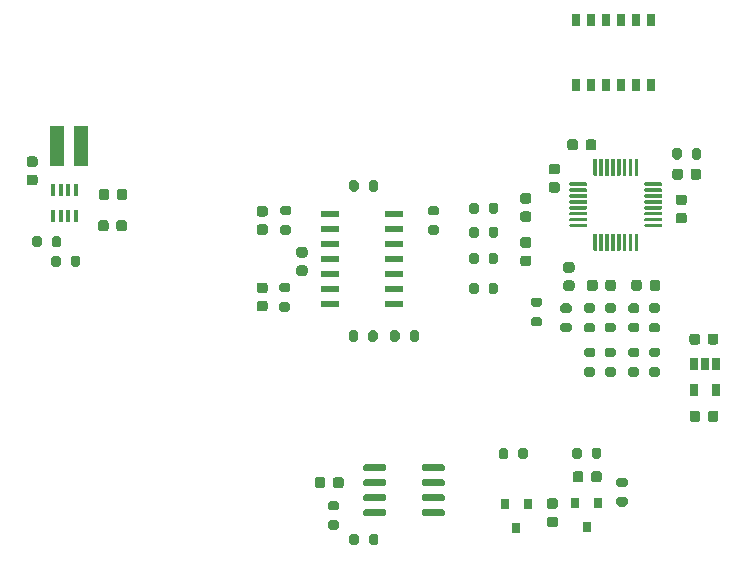
<source format=gbr>
G04 #@! TF.GenerationSoftware,KiCad,Pcbnew,(5.1.9-0-10_14)*
G04 #@! TF.CreationDate,2021-05-06T17:38:12-07:00*
G04 #@! TF.ProjectId,Luminometer_ADC,4c756d69-6e6f-46d6-9574-65725f414443,rev?*
G04 #@! TF.SameCoordinates,Original*
G04 #@! TF.FileFunction,Paste,Top*
G04 #@! TF.FilePolarity,Positive*
%FSLAX46Y46*%
G04 Gerber Fmt 4.6, Leading zero omitted, Abs format (unit mm)*
G04 Created by KiCad (PCBNEW (5.1.9-0-10_14)) date 2021-05-06 17:38:12*
%MOMM*%
%LPD*%
G01*
G04 APERTURE LIST*
%ADD10R,0.800000X1.100000*%
%ADD11R,1.500000X0.550000*%
%ADD12R,0.800000X0.900000*%
%ADD13R,1.300000X3.400000*%
%ADD14R,0.400000X1.060000*%
%ADD15R,0.650000X1.060000*%
G04 APERTURE END LIST*
D10*
X164825000Y-88750000D03*
X166095000Y-88750000D03*
X167365000Y-88750000D03*
X171175000Y-83250000D03*
X169905000Y-83250000D03*
X164825000Y-83250000D03*
X168635000Y-88750000D03*
X169905000Y-88750000D03*
X171175000Y-88750000D03*
X166095000Y-83250000D03*
X167365000Y-83250000D03*
X168635000Y-83250000D03*
D11*
X149416000Y-99736000D03*
X149416000Y-101006000D03*
X149416000Y-102276000D03*
X149416000Y-103546000D03*
X149416000Y-104816000D03*
X149416000Y-106086000D03*
X149416000Y-107356000D03*
X144016000Y-107356000D03*
X144016000Y-106086000D03*
X144016000Y-104816000D03*
X144016000Y-103546000D03*
X144016000Y-102276000D03*
X144016000Y-101006000D03*
X144016000Y-99736000D03*
G36*
G01*
X169475000Y-108925000D02*
X170025000Y-108925000D01*
G75*
G02*
X170225000Y-109125000I0J-200000D01*
G01*
X170225000Y-109525000D01*
G75*
G02*
X170025000Y-109725000I-200000J0D01*
G01*
X169475000Y-109725000D01*
G75*
G02*
X169275000Y-109525000I0J200000D01*
G01*
X169275000Y-109125000D01*
G75*
G02*
X169475000Y-108925000I200000J0D01*
G01*
G37*
G36*
G01*
X169475000Y-107275000D02*
X170025000Y-107275000D01*
G75*
G02*
X170225000Y-107475000I0J-200000D01*
G01*
X170225000Y-107875000D01*
G75*
G02*
X170025000Y-108075000I-200000J0D01*
G01*
X169475000Y-108075000D01*
G75*
G02*
X169275000Y-107875000I0J200000D01*
G01*
X169275000Y-107475000D01*
G75*
G02*
X169475000Y-107275000I200000J0D01*
G01*
G37*
G36*
G01*
X171225000Y-108925000D02*
X171775000Y-108925000D01*
G75*
G02*
X171975000Y-109125000I0J-200000D01*
G01*
X171975000Y-109525000D01*
G75*
G02*
X171775000Y-109725000I-200000J0D01*
G01*
X171225000Y-109725000D01*
G75*
G02*
X171025000Y-109525000I0J200000D01*
G01*
X171025000Y-109125000D01*
G75*
G02*
X171225000Y-108925000I200000J0D01*
G01*
G37*
G36*
G01*
X171225000Y-107275000D02*
X171775000Y-107275000D01*
G75*
G02*
X171975000Y-107475000I0J-200000D01*
G01*
X171975000Y-107875000D01*
G75*
G02*
X171775000Y-108075000I-200000J0D01*
G01*
X171225000Y-108075000D01*
G75*
G02*
X171025000Y-107875000I0J200000D01*
G01*
X171025000Y-107475000D01*
G75*
G02*
X171225000Y-107275000I200000J0D01*
G01*
G37*
G36*
G01*
X167475000Y-108925000D02*
X168025000Y-108925000D01*
G75*
G02*
X168225000Y-109125000I0J-200000D01*
G01*
X168225000Y-109525000D01*
G75*
G02*
X168025000Y-109725000I-200000J0D01*
G01*
X167475000Y-109725000D01*
G75*
G02*
X167275000Y-109525000I0J200000D01*
G01*
X167275000Y-109125000D01*
G75*
G02*
X167475000Y-108925000I200000J0D01*
G01*
G37*
G36*
G01*
X167475000Y-107275000D02*
X168025000Y-107275000D01*
G75*
G02*
X168225000Y-107475000I0J-200000D01*
G01*
X168225000Y-107875000D01*
G75*
G02*
X168025000Y-108075000I-200000J0D01*
G01*
X167475000Y-108075000D01*
G75*
G02*
X167275000Y-107875000I0J200000D01*
G01*
X167275000Y-107475000D01*
G75*
G02*
X167475000Y-107275000I200000J0D01*
G01*
G37*
G36*
G01*
X165725000Y-108925000D02*
X166275000Y-108925000D01*
G75*
G02*
X166475000Y-109125000I0J-200000D01*
G01*
X166475000Y-109525000D01*
G75*
G02*
X166275000Y-109725000I-200000J0D01*
G01*
X165725000Y-109725000D01*
G75*
G02*
X165525000Y-109525000I0J200000D01*
G01*
X165525000Y-109125000D01*
G75*
G02*
X165725000Y-108925000I200000J0D01*
G01*
G37*
G36*
G01*
X165725000Y-107275000D02*
X166275000Y-107275000D01*
G75*
G02*
X166475000Y-107475000I0J-200000D01*
G01*
X166475000Y-107875000D01*
G75*
G02*
X166275000Y-108075000I-200000J0D01*
G01*
X165725000Y-108075000D01*
G75*
G02*
X165525000Y-107875000I0J200000D01*
G01*
X165525000Y-107475000D01*
G75*
G02*
X165725000Y-107275000I200000J0D01*
G01*
G37*
G36*
G01*
X161225000Y-108425000D02*
X161775000Y-108425000D01*
G75*
G02*
X161975000Y-108625000I0J-200000D01*
G01*
X161975000Y-109025000D01*
G75*
G02*
X161775000Y-109225000I-200000J0D01*
G01*
X161225000Y-109225000D01*
G75*
G02*
X161025000Y-109025000I0J200000D01*
G01*
X161025000Y-108625000D01*
G75*
G02*
X161225000Y-108425000I200000J0D01*
G01*
G37*
G36*
G01*
X161225000Y-106775000D02*
X161775000Y-106775000D01*
G75*
G02*
X161975000Y-106975000I0J-200000D01*
G01*
X161975000Y-107375000D01*
G75*
G02*
X161775000Y-107575000I-200000J0D01*
G01*
X161225000Y-107575000D01*
G75*
G02*
X161025000Y-107375000I0J200000D01*
G01*
X161025000Y-106975000D01*
G75*
G02*
X161225000Y-106775000I200000J0D01*
G01*
G37*
G36*
G01*
X163725000Y-108925000D02*
X164275000Y-108925000D01*
G75*
G02*
X164475000Y-109125000I0J-200000D01*
G01*
X164475000Y-109525000D01*
G75*
G02*
X164275000Y-109725000I-200000J0D01*
G01*
X163725000Y-109725000D01*
G75*
G02*
X163525000Y-109525000I0J200000D01*
G01*
X163525000Y-109125000D01*
G75*
G02*
X163725000Y-108925000I200000J0D01*
G01*
G37*
G36*
G01*
X163725000Y-107275000D02*
X164275000Y-107275000D01*
G75*
G02*
X164475000Y-107475000I0J-200000D01*
G01*
X164475000Y-107875000D01*
G75*
G02*
X164275000Y-108075000I-200000J0D01*
G01*
X163725000Y-108075000D01*
G75*
G02*
X163525000Y-107875000I0J200000D01*
G01*
X163525000Y-107475000D01*
G75*
G02*
X163725000Y-107275000I200000J0D01*
G01*
G37*
G36*
G01*
X169475000Y-112675000D02*
X170025000Y-112675000D01*
G75*
G02*
X170225000Y-112875000I0J-200000D01*
G01*
X170225000Y-113275000D01*
G75*
G02*
X170025000Y-113475000I-200000J0D01*
G01*
X169475000Y-113475000D01*
G75*
G02*
X169275000Y-113275000I0J200000D01*
G01*
X169275000Y-112875000D01*
G75*
G02*
X169475000Y-112675000I200000J0D01*
G01*
G37*
G36*
G01*
X169475000Y-111025000D02*
X170025000Y-111025000D01*
G75*
G02*
X170225000Y-111225000I0J-200000D01*
G01*
X170225000Y-111625000D01*
G75*
G02*
X170025000Y-111825000I-200000J0D01*
G01*
X169475000Y-111825000D01*
G75*
G02*
X169275000Y-111625000I0J200000D01*
G01*
X169275000Y-111225000D01*
G75*
G02*
X169475000Y-111025000I200000J0D01*
G01*
G37*
G36*
G01*
X171775000Y-111825000D02*
X171225000Y-111825000D01*
G75*
G02*
X171025000Y-111625000I0J200000D01*
G01*
X171025000Y-111225000D01*
G75*
G02*
X171225000Y-111025000I200000J0D01*
G01*
X171775000Y-111025000D01*
G75*
G02*
X171975000Y-111225000I0J-200000D01*
G01*
X171975000Y-111625000D01*
G75*
G02*
X171775000Y-111825000I-200000J0D01*
G01*
G37*
G36*
G01*
X171775000Y-113475000D02*
X171225000Y-113475000D01*
G75*
G02*
X171025000Y-113275000I0J200000D01*
G01*
X171025000Y-112875000D01*
G75*
G02*
X171225000Y-112675000I200000J0D01*
G01*
X171775000Y-112675000D01*
G75*
G02*
X171975000Y-112875000I0J-200000D01*
G01*
X171975000Y-113275000D01*
G75*
G02*
X171775000Y-113475000I-200000J0D01*
G01*
G37*
G36*
G01*
X165725000Y-112675000D02*
X166275000Y-112675000D01*
G75*
G02*
X166475000Y-112875000I0J-200000D01*
G01*
X166475000Y-113275000D01*
G75*
G02*
X166275000Y-113475000I-200000J0D01*
G01*
X165725000Y-113475000D01*
G75*
G02*
X165525000Y-113275000I0J200000D01*
G01*
X165525000Y-112875000D01*
G75*
G02*
X165725000Y-112675000I200000J0D01*
G01*
G37*
G36*
G01*
X165725000Y-111025000D02*
X166275000Y-111025000D01*
G75*
G02*
X166475000Y-111225000I0J-200000D01*
G01*
X166475000Y-111625000D01*
G75*
G02*
X166275000Y-111825000I-200000J0D01*
G01*
X165725000Y-111825000D01*
G75*
G02*
X165525000Y-111625000I0J200000D01*
G01*
X165525000Y-111225000D01*
G75*
G02*
X165725000Y-111025000I200000J0D01*
G01*
G37*
G36*
G01*
X168025000Y-111825000D02*
X167475000Y-111825000D01*
G75*
G02*
X167275000Y-111625000I0J200000D01*
G01*
X167275000Y-111225000D01*
G75*
G02*
X167475000Y-111025000I200000J0D01*
G01*
X168025000Y-111025000D01*
G75*
G02*
X168225000Y-111225000I0J-200000D01*
G01*
X168225000Y-111625000D01*
G75*
G02*
X168025000Y-111825000I-200000J0D01*
G01*
G37*
G36*
G01*
X168025000Y-113475000D02*
X167475000Y-113475000D01*
G75*
G02*
X167275000Y-113275000I0J200000D01*
G01*
X167275000Y-112875000D01*
G75*
G02*
X167475000Y-112675000I200000J0D01*
G01*
X168025000Y-112675000D01*
G75*
G02*
X168225000Y-112875000I0J-200000D01*
G01*
X168225000Y-113275000D01*
G75*
G02*
X168025000Y-113475000I-200000J0D01*
G01*
G37*
G36*
G01*
X168475000Y-123675000D02*
X169025000Y-123675000D01*
G75*
G02*
X169225000Y-123875000I0J-200000D01*
G01*
X169225000Y-124275000D01*
G75*
G02*
X169025000Y-124475000I-200000J0D01*
G01*
X168475000Y-124475000D01*
G75*
G02*
X168275000Y-124275000I0J200000D01*
G01*
X168275000Y-123875000D01*
G75*
G02*
X168475000Y-123675000I200000J0D01*
G01*
G37*
G36*
G01*
X168475000Y-122025000D02*
X169025000Y-122025000D01*
G75*
G02*
X169225000Y-122225000I0J-200000D01*
G01*
X169225000Y-122625000D01*
G75*
G02*
X169025000Y-122825000I-200000J0D01*
G01*
X168475000Y-122825000D01*
G75*
G02*
X168275000Y-122625000I0J200000D01*
G01*
X168275000Y-122225000D01*
G75*
G02*
X168475000Y-122025000I200000J0D01*
G01*
G37*
G36*
G01*
X170425000Y-105500000D02*
X170425000Y-106000000D01*
G75*
G02*
X170200000Y-106225000I-225000J0D01*
G01*
X169750000Y-106225000D01*
G75*
G02*
X169525000Y-106000000I0J225000D01*
G01*
X169525000Y-105500000D01*
G75*
G02*
X169750000Y-105275000I225000J0D01*
G01*
X170200000Y-105275000D01*
G75*
G02*
X170425000Y-105500000I0J-225000D01*
G01*
G37*
G36*
G01*
X171975000Y-105500000D02*
X171975000Y-106000000D01*
G75*
G02*
X171750000Y-106225000I-225000J0D01*
G01*
X171300000Y-106225000D01*
G75*
G02*
X171075000Y-106000000I0J225000D01*
G01*
X171075000Y-105500000D01*
G75*
G02*
X171300000Y-105275000I225000J0D01*
G01*
X171750000Y-105275000D01*
G75*
G02*
X171975000Y-105500000I0J-225000D01*
G01*
G37*
G36*
G01*
X167325000Y-106000000D02*
X167325000Y-105500000D01*
G75*
G02*
X167550000Y-105275000I225000J0D01*
G01*
X168000000Y-105275000D01*
G75*
G02*
X168225000Y-105500000I0J-225000D01*
G01*
X168225000Y-106000000D01*
G75*
G02*
X168000000Y-106225000I-225000J0D01*
G01*
X167550000Y-106225000D01*
G75*
G02*
X167325000Y-106000000I0J225000D01*
G01*
G37*
G36*
G01*
X165775000Y-106000000D02*
X165775000Y-105500000D01*
G75*
G02*
X166000000Y-105275000I225000J0D01*
G01*
X166450000Y-105275000D01*
G75*
G02*
X166675000Y-105500000I0J-225000D01*
G01*
X166675000Y-106000000D01*
G75*
G02*
X166450000Y-106225000I-225000J0D01*
G01*
X166000000Y-106225000D01*
G75*
G02*
X165775000Y-106000000I0J225000D01*
G01*
G37*
G36*
G01*
X164500000Y-104675000D02*
X164000000Y-104675000D01*
G75*
G02*
X163775000Y-104450000I0J225000D01*
G01*
X163775000Y-104000000D01*
G75*
G02*
X164000000Y-103775000I225000J0D01*
G01*
X164500000Y-103775000D01*
G75*
G02*
X164725000Y-104000000I0J-225000D01*
G01*
X164725000Y-104450000D01*
G75*
G02*
X164500000Y-104675000I-225000J0D01*
G01*
G37*
G36*
G01*
X164500000Y-106225000D02*
X164000000Y-106225000D01*
G75*
G02*
X163775000Y-106000000I0J225000D01*
G01*
X163775000Y-105550000D01*
G75*
G02*
X164000000Y-105325000I225000J0D01*
G01*
X164500000Y-105325000D01*
G75*
G02*
X164725000Y-105550000I0J-225000D01*
G01*
X164725000Y-106000000D01*
G75*
G02*
X164500000Y-106225000I-225000J0D01*
G01*
G37*
G36*
G01*
X159125000Y-119725000D02*
X159125000Y-120275000D01*
G75*
G02*
X158925000Y-120475000I-200000J0D01*
G01*
X158525000Y-120475000D01*
G75*
G02*
X158325000Y-120275000I0J200000D01*
G01*
X158325000Y-119725000D01*
G75*
G02*
X158525000Y-119525000I200000J0D01*
G01*
X158925000Y-119525000D01*
G75*
G02*
X159125000Y-119725000I0J-200000D01*
G01*
G37*
G36*
G01*
X160775000Y-119725000D02*
X160775000Y-120275000D01*
G75*
G02*
X160575000Y-120475000I-200000J0D01*
G01*
X160175000Y-120475000D01*
G75*
G02*
X159975000Y-120275000I0J200000D01*
G01*
X159975000Y-119725000D01*
G75*
G02*
X160175000Y-119525000I200000J0D01*
G01*
X160575000Y-119525000D01*
G75*
G02*
X160775000Y-119725000I0J-200000D01*
G01*
G37*
G36*
G01*
X165325000Y-119675000D02*
X165325000Y-120225000D01*
G75*
G02*
X165125000Y-120425000I-200000J0D01*
G01*
X164725000Y-120425000D01*
G75*
G02*
X164525000Y-120225000I0J200000D01*
G01*
X164525000Y-119675000D01*
G75*
G02*
X164725000Y-119475000I200000J0D01*
G01*
X165125000Y-119475000D01*
G75*
G02*
X165325000Y-119675000I0J-200000D01*
G01*
G37*
G36*
G01*
X166975000Y-119675000D02*
X166975000Y-120225000D01*
G75*
G02*
X166775000Y-120425000I-200000J0D01*
G01*
X166375000Y-120425000D01*
G75*
G02*
X166175000Y-120225000I0J200000D01*
G01*
X166175000Y-119675000D01*
G75*
G02*
X166375000Y-119475000I200000J0D01*
G01*
X166775000Y-119475000D01*
G75*
G02*
X166975000Y-119675000I0J-200000D01*
G01*
G37*
G36*
G01*
X163266000Y-96343500D02*
X162766000Y-96343500D01*
G75*
G02*
X162541000Y-96118500I0J225000D01*
G01*
X162541000Y-95668500D01*
G75*
G02*
X162766000Y-95443500I225000J0D01*
G01*
X163266000Y-95443500D01*
G75*
G02*
X163491000Y-95668500I0J-225000D01*
G01*
X163491000Y-96118500D01*
G75*
G02*
X163266000Y-96343500I-225000J0D01*
G01*
G37*
G36*
G01*
X163266000Y-97893500D02*
X162766000Y-97893500D01*
G75*
G02*
X162541000Y-97668500I0J225000D01*
G01*
X162541000Y-97218500D01*
G75*
G02*
X162766000Y-96993500I225000J0D01*
G01*
X163266000Y-96993500D01*
G75*
G02*
X163491000Y-97218500I0J-225000D01*
G01*
X163491000Y-97668500D01*
G75*
G02*
X163266000Y-97893500I-225000J0D01*
G01*
G37*
G36*
G01*
X125925000Y-100950000D02*
X125925000Y-100450000D01*
G75*
G02*
X126150000Y-100225000I225000J0D01*
G01*
X126600000Y-100225000D01*
G75*
G02*
X126825000Y-100450000I0J-225000D01*
G01*
X126825000Y-100950000D01*
G75*
G02*
X126600000Y-101175000I-225000J0D01*
G01*
X126150000Y-101175000D01*
G75*
G02*
X125925000Y-100950000I0J225000D01*
G01*
G37*
G36*
G01*
X124375000Y-100950000D02*
X124375000Y-100450000D01*
G75*
G02*
X124600000Y-100225000I225000J0D01*
G01*
X125050000Y-100225000D01*
G75*
G02*
X125275000Y-100450000I0J-225000D01*
G01*
X125275000Y-100950000D01*
G75*
G02*
X125050000Y-101175000I-225000J0D01*
G01*
X124600000Y-101175000D01*
G75*
G02*
X124375000Y-100950000I0J225000D01*
G01*
G37*
G36*
G01*
X118550000Y-96375000D02*
X119050000Y-96375000D01*
G75*
G02*
X119275000Y-96600000I0J-225000D01*
G01*
X119275000Y-97050000D01*
G75*
G02*
X119050000Y-97275000I-225000J0D01*
G01*
X118550000Y-97275000D01*
G75*
G02*
X118325000Y-97050000I0J225000D01*
G01*
X118325000Y-96600000D01*
G75*
G02*
X118550000Y-96375000I225000J0D01*
G01*
G37*
G36*
G01*
X118550000Y-94825000D02*
X119050000Y-94825000D01*
G75*
G02*
X119275000Y-95050000I0J-225000D01*
G01*
X119275000Y-95500000D01*
G75*
G02*
X119050000Y-95725000I-225000J0D01*
G01*
X118550000Y-95725000D01*
G75*
G02*
X118325000Y-95500000I0J225000D01*
G01*
X118325000Y-95050000D01*
G75*
G02*
X118550000Y-94825000I225000J0D01*
G01*
G37*
G36*
G01*
X165475000Y-121700000D02*
X165475000Y-122200000D01*
G75*
G02*
X165250000Y-122425000I-225000J0D01*
G01*
X164800000Y-122425000D01*
G75*
G02*
X164575000Y-122200000I0J225000D01*
G01*
X164575000Y-121700000D01*
G75*
G02*
X164800000Y-121475000I225000J0D01*
G01*
X165250000Y-121475000D01*
G75*
G02*
X165475000Y-121700000I0J-225000D01*
G01*
G37*
G36*
G01*
X167025000Y-121700000D02*
X167025000Y-122200000D01*
G75*
G02*
X166800000Y-122425000I-225000J0D01*
G01*
X166350000Y-122425000D01*
G75*
G02*
X166125000Y-122200000I0J225000D01*
G01*
X166125000Y-121700000D01*
G75*
G02*
X166350000Y-121475000I225000J0D01*
G01*
X166800000Y-121475000D01*
G75*
G02*
X167025000Y-121700000I0J-225000D01*
G01*
G37*
G36*
G01*
X162600000Y-125325000D02*
X163100000Y-125325000D01*
G75*
G02*
X163325000Y-125550000I0J-225000D01*
G01*
X163325000Y-126000000D01*
G75*
G02*
X163100000Y-126225000I-225000J0D01*
G01*
X162600000Y-126225000D01*
G75*
G02*
X162375000Y-126000000I0J225000D01*
G01*
X162375000Y-125550000D01*
G75*
G02*
X162600000Y-125325000I225000J0D01*
G01*
G37*
G36*
G01*
X162600000Y-123775000D02*
X163100000Y-123775000D01*
G75*
G02*
X163325000Y-124000000I0J-225000D01*
G01*
X163325000Y-124450000D01*
G75*
G02*
X163100000Y-124675000I-225000J0D01*
G01*
X162600000Y-124675000D01*
G75*
G02*
X162375000Y-124450000I0J225000D01*
G01*
X162375000Y-124000000D01*
G75*
G02*
X162600000Y-123775000I225000J0D01*
G01*
G37*
G36*
G01*
X138026000Y-100572500D02*
X138526000Y-100572500D01*
G75*
G02*
X138751000Y-100797500I0J-225000D01*
G01*
X138751000Y-101247500D01*
G75*
G02*
X138526000Y-101472500I-225000J0D01*
G01*
X138026000Y-101472500D01*
G75*
G02*
X137801000Y-101247500I0J225000D01*
G01*
X137801000Y-100797500D01*
G75*
G02*
X138026000Y-100572500I225000J0D01*
G01*
G37*
G36*
G01*
X138026000Y-99022500D02*
X138526000Y-99022500D01*
G75*
G02*
X138751000Y-99247500I0J-225000D01*
G01*
X138751000Y-99697500D01*
G75*
G02*
X138526000Y-99922500I-225000J0D01*
G01*
X138026000Y-99922500D01*
G75*
G02*
X137801000Y-99697500I0J225000D01*
G01*
X137801000Y-99247500D01*
G75*
G02*
X138026000Y-99022500I225000J0D01*
G01*
G37*
D12*
X159800000Y-126250000D03*
X158850000Y-124250000D03*
X160750000Y-124250000D03*
G36*
G01*
X147258500Y-110310000D02*
X147258500Y-109760000D01*
G75*
G02*
X147458500Y-109560000I200000J0D01*
G01*
X147858500Y-109560000D01*
G75*
G02*
X148058500Y-109760000I0J-200000D01*
G01*
X148058500Y-110310000D01*
G75*
G02*
X147858500Y-110510000I-200000J0D01*
G01*
X147458500Y-110510000D01*
G75*
G02*
X147258500Y-110310000I0J200000D01*
G01*
G37*
G36*
G01*
X145608500Y-110310000D02*
X145608500Y-109760000D01*
G75*
G02*
X145808500Y-109560000I200000J0D01*
G01*
X146208500Y-109560000D01*
G75*
G02*
X146408500Y-109760000I0J-200000D01*
G01*
X146408500Y-110310000D01*
G75*
G02*
X146208500Y-110510000I-200000J0D01*
G01*
X145808500Y-110510000D01*
G75*
G02*
X145608500Y-110310000I0J200000D01*
G01*
G37*
G36*
G01*
X153071000Y-99822500D02*
X152521000Y-99822500D01*
G75*
G02*
X152321000Y-99622500I0J200000D01*
G01*
X152321000Y-99222500D01*
G75*
G02*
X152521000Y-99022500I200000J0D01*
G01*
X153071000Y-99022500D01*
G75*
G02*
X153271000Y-99222500I0J-200000D01*
G01*
X153271000Y-99622500D01*
G75*
G02*
X153071000Y-99822500I-200000J0D01*
G01*
G37*
G36*
G01*
X153071000Y-101472500D02*
X152521000Y-101472500D01*
G75*
G02*
X152321000Y-101272500I0J200000D01*
G01*
X152321000Y-100872500D01*
G75*
G02*
X152521000Y-100672500I200000J0D01*
G01*
X153071000Y-100672500D01*
G75*
G02*
X153271000Y-100872500I0J-200000D01*
G01*
X153271000Y-101272500D01*
G75*
G02*
X153071000Y-101472500I-200000J0D01*
G01*
G37*
G36*
G01*
X156608500Y-98948000D02*
X156608500Y-99498000D01*
G75*
G02*
X156408500Y-99698000I-200000J0D01*
G01*
X156008500Y-99698000D01*
G75*
G02*
X155808500Y-99498000I0J200000D01*
G01*
X155808500Y-98948000D01*
G75*
G02*
X156008500Y-98748000I200000J0D01*
G01*
X156408500Y-98748000D01*
G75*
G02*
X156608500Y-98948000I0J-200000D01*
G01*
G37*
G36*
G01*
X158258500Y-98948000D02*
X158258500Y-99498000D01*
G75*
G02*
X158058500Y-99698000I-200000J0D01*
G01*
X157658500Y-99698000D01*
G75*
G02*
X157458500Y-99498000I0J200000D01*
G01*
X157458500Y-98948000D01*
G75*
G02*
X157658500Y-98748000I200000J0D01*
G01*
X158058500Y-98748000D01*
G75*
G02*
X158258500Y-98948000I0J-200000D01*
G01*
G37*
G36*
G01*
X156600500Y-103194000D02*
X156600500Y-103744000D01*
G75*
G02*
X156400500Y-103944000I-200000J0D01*
G01*
X156000500Y-103944000D01*
G75*
G02*
X155800500Y-103744000I0J200000D01*
G01*
X155800500Y-103194000D01*
G75*
G02*
X156000500Y-102994000I200000J0D01*
G01*
X156400500Y-102994000D01*
G75*
G02*
X156600500Y-103194000I0J-200000D01*
G01*
G37*
G36*
G01*
X158250500Y-103194000D02*
X158250500Y-103744000D01*
G75*
G02*
X158050500Y-103944000I-200000J0D01*
G01*
X157650500Y-103944000D01*
G75*
G02*
X157450500Y-103744000I0J200000D01*
G01*
X157450500Y-103194000D01*
G75*
G02*
X157650500Y-102994000I200000J0D01*
G01*
X158050500Y-102994000D01*
G75*
G02*
X158250500Y-103194000I0J-200000D01*
G01*
G37*
G36*
G01*
X156600500Y-105734000D02*
X156600500Y-106284000D01*
G75*
G02*
X156400500Y-106484000I-200000J0D01*
G01*
X156000500Y-106484000D01*
G75*
G02*
X155800500Y-106284000I0J200000D01*
G01*
X155800500Y-105734000D01*
G75*
G02*
X156000500Y-105534000I200000J0D01*
G01*
X156400500Y-105534000D01*
G75*
G02*
X156600500Y-105734000I0J-200000D01*
G01*
G37*
G36*
G01*
X158250500Y-105734000D02*
X158250500Y-106284000D01*
G75*
G02*
X158050500Y-106484000I-200000J0D01*
G01*
X157650500Y-106484000D01*
G75*
G02*
X157450500Y-106284000I0J200000D01*
G01*
X157450500Y-105734000D01*
G75*
G02*
X157650500Y-105534000I200000J0D01*
G01*
X158050500Y-105534000D01*
G75*
G02*
X158250500Y-105734000I0J-200000D01*
G01*
G37*
G36*
G01*
X138026000Y-107056500D02*
X138526000Y-107056500D01*
G75*
G02*
X138751000Y-107281500I0J-225000D01*
G01*
X138751000Y-107731500D01*
G75*
G02*
X138526000Y-107956500I-225000J0D01*
G01*
X138026000Y-107956500D01*
G75*
G02*
X137801000Y-107731500I0J225000D01*
G01*
X137801000Y-107281500D01*
G75*
G02*
X138026000Y-107056500I225000J0D01*
G01*
G37*
G36*
G01*
X138026000Y-105506500D02*
X138526000Y-105506500D01*
G75*
G02*
X138751000Y-105731500I0J-225000D01*
G01*
X138751000Y-106181500D01*
G75*
G02*
X138526000Y-106406500I-225000J0D01*
G01*
X138026000Y-106406500D01*
G75*
G02*
X137801000Y-106181500I0J225000D01*
G01*
X137801000Y-105731500D01*
G75*
G02*
X138026000Y-105506500I225000J0D01*
G01*
G37*
G36*
G01*
X175353500Y-110054000D02*
X175353500Y-110554000D01*
G75*
G02*
X175128500Y-110779000I-225000J0D01*
G01*
X174678500Y-110779000D01*
G75*
G02*
X174453500Y-110554000I0J225000D01*
G01*
X174453500Y-110054000D01*
G75*
G02*
X174678500Y-109829000I225000J0D01*
G01*
X175128500Y-109829000D01*
G75*
G02*
X175353500Y-110054000I0J-225000D01*
G01*
G37*
G36*
G01*
X176903500Y-110054000D02*
X176903500Y-110554000D01*
G75*
G02*
X176678500Y-110779000I-225000J0D01*
G01*
X176228500Y-110779000D01*
G75*
G02*
X176003500Y-110554000I0J225000D01*
G01*
X176003500Y-110054000D01*
G75*
G02*
X176228500Y-109829000I225000J0D01*
G01*
X176678500Y-109829000D01*
G75*
G02*
X176903500Y-110054000I0J-225000D01*
G01*
G37*
G36*
G01*
X175363500Y-116584000D02*
X175363500Y-117084000D01*
G75*
G02*
X175138500Y-117309000I-225000J0D01*
G01*
X174688500Y-117309000D01*
G75*
G02*
X174463500Y-117084000I0J225000D01*
G01*
X174463500Y-116584000D01*
G75*
G02*
X174688500Y-116359000I225000J0D01*
G01*
X175138500Y-116359000D01*
G75*
G02*
X175363500Y-116584000I0J-225000D01*
G01*
G37*
G36*
G01*
X176913500Y-116584000D02*
X176913500Y-117084000D01*
G75*
G02*
X176688500Y-117309000I-225000J0D01*
G01*
X176238500Y-117309000D01*
G75*
G02*
X176013500Y-117084000I0J225000D01*
G01*
X176013500Y-116584000D01*
G75*
G02*
X176238500Y-116359000I225000J0D01*
G01*
X176688500Y-116359000D01*
G75*
G02*
X176913500Y-116584000I0J-225000D01*
G01*
G37*
G36*
G01*
X160353000Y-103216500D02*
X160853000Y-103216500D01*
G75*
G02*
X161078000Y-103441500I0J-225000D01*
G01*
X161078000Y-103891500D01*
G75*
G02*
X160853000Y-104116500I-225000J0D01*
G01*
X160353000Y-104116500D01*
G75*
G02*
X160128000Y-103891500I0J225000D01*
G01*
X160128000Y-103441500D01*
G75*
G02*
X160353000Y-103216500I225000J0D01*
G01*
G37*
G36*
G01*
X160353000Y-101666500D02*
X160853000Y-101666500D01*
G75*
G02*
X161078000Y-101891500I0J-225000D01*
G01*
X161078000Y-102341500D01*
G75*
G02*
X160853000Y-102566500I-225000J0D01*
G01*
X160353000Y-102566500D01*
G75*
G02*
X160128000Y-102341500I0J225000D01*
G01*
X160128000Y-101891500D01*
G75*
G02*
X160353000Y-101666500I225000J0D01*
G01*
G37*
G36*
G01*
X173505500Y-99605500D02*
X174005500Y-99605500D01*
G75*
G02*
X174230500Y-99830500I0J-225000D01*
G01*
X174230500Y-100280500D01*
G75*
G02*
X174005500Y-100505500I-225000J0D01*
G01*
X173505500Y-100505500D01*
G75*
G02*
X173280500Y-100280500I0J225000D01*
G01*
X173280500Y-99830500D01*
G75*
G02*
X173505500Y-99605500I225000J0D01*
G01*
G37*
G36*
G01*
X173505500Y-98055500D02*
X174005500Y-98055500D01*
G75*
G02*
X174230500Y-98280500I0J-225000D01*
G01*
X174230500Y-98730500D01*
G75*
G02*
X174005500Y-98955500I-225000J0D01*
G01*
X173505500Y-98955500D01*
G75*
G02*
X173280500Y-98730500I0J225000D01*
G01*
X173280500Y-98280500D01*
G75*
G02*
X173505500Y-98055500I225000J0D01*
G01*
G37*
G36*
G01*
X165010500Y-93599000D02*
X165010500Y-94099000D01*
G75*
G02*
X164785500Y-94324000I-225000J0D01*
G01*
X164335500Y-94324000D01*
G75*
G02*
X164110500Y-94099000I0J225000D01*
G01*
X164110500Y-93599000D01*
G75*
G02*
X164335500Y-93374000I225000J0D01*
G01*
X164785500Y-93374000D01*
G75*
G02*
X165010500Y-93599000I0J-225000D01*
G01*
G37*
G36*
G01*
X166560500Y-93599000D02*
X166560500Y-94099000D01*
G75*
G02*
X166335500Y-94324000I-225000J0D01*
G01*
X165885500Y-94324000D01*
G75*
G02*
X165660500Y-94099000I0J225000D01*
G01*
X165660500Y-93599000D01*
G75*
G02*
X165885500Y-93374000I225000J0D01*
G01*
X166335500Y-93374000D01*
G75*
G02*
X166560500Y-93599000I0J-225000D01*
G01*
G37*
G36*
G01*
X174550500Y-96584000D02*
X174550500Y-96084000D01*
G75*
G02*
X174775500Y-95859000I225000J0D01*
G01*
X175225500Y-95859000D01*
G75*
G02*
X175450500Y-96084000I0J-225000D01*
G01*
X175450500Y-96584000D01*
G75*
G02*
X175225500Y-96809000I-225000J0D01*
G01*
X174775500Y-96809000D01*
G75*
G02*
X174550500Y-96584000I0J225000D01*
G01*
G37*
G36*
G01*
X173000500Y-96584000D02*
X173000500Y-96084000D01*
G75*
G02*
X173225500Y-95859000I225000J0D01*
G01*
X173675500Y-95859000D01*
G75*
G02*
X173900500Y-96084000I0J-225000D01*
G01*
X173900500Y-96584000D01*
G75*
G02*
X173675500Y-96809000I-225000J0D01*
G01*
X173225500Y-96809000D01*
G75*
G02*
X173000500Y-96584000I0J225000D01*
G01*
G37*
G36*
G01*
X150758500Y-110310000D02*
X150758500Y-109760000D01*
G75*
G02*
X150958500Y-109560000I200000J0D01*
G01*
X151358500Y-109560000D01*
G75*
G02*
X151558500Y-109760000I0J-200000D01*
G01*
X151558500Y-110310000D01*
G75*
G02*
X151358500Y-110510000I-200000J0D01*
G01*
X150958500Y-110510000D01*
G75*
G02*
X150758500Y-110310000I0J200000D01*
G01*
G37*
G36*
G01*
X149108500Y-110310000D02*
X149108500Y-109760000D01*
G75*
G02*
X149308500Y-109560000I200000J0D01*
G01*
X149708500Y-109560000D01*
G75*
G02*
X149908500Y-109760000I0J-200000D01*
G01*
X149908500Y-110310000D01*
G75*
G02*
X149708500Y-110510000I-200000J0D01*
G01*
X149308500Y-110510000D01*
G75*
G02*
X149108500Y-110310000I0J200000D01*
G01*
G37*
G36*
G01*
X165723000Y-100829000D02*
X164373000Y-100829000D01*
G75*
G02*
X164298000Y-100754000I0J75000D01*
G01*
X164298000Y-100604000D01*
G75*
G02*
X164373000Y-100529000I75000J0D01*
G01*
X165723000Y-100529000D01*
G75*
G02*
X165798000Y-100604000I0J-75000D01*
G01*
X165798000Y-100754000D01*
G75*
G02*
X165723000Y-100829000I-75000J0D01*
G01*
G37*
G36*
G01*
X165723000Y-100329000D02*
X164373000Y-100329000D01*
G75*
G02*
X164298000Y-100254000I0J75000D01*
G01*
X164298000Y-100104000D01*
G75*
G02*
X164373000Y-100029000I75000J0D01*
G01*
X165723000Y-100029000D01*
G75*
G02*
X165798000Y-100104000I0J-75000D01*
G01*
X165798000Y-100254000D01*
G75*
G02*
X165723000Y-100329000I-75000J0D01*
G01*
G37*
G36*
G01*
X165723000Y-99829000D02*
X164373000Y-99829000D01*
G75*
G02*
X164298000Y-99754000I0J75000D01*
G01*
X164298000Y-99604000D01*
G75*
G02*
X164373000Y-99529000I75000J0D01*
G01*
X165723000Y-99529000D01*
G75*
G02*
X165798000Y-99604000I0J-75000D01*
G01*
X165798000Y-99754000D01*
G75*
G02*
X165723000Y-99829000I-75000J0D01*
G01*
G37*
G36*
G01*
X165723000Y-99329000D02*
X164373000Y-99329000D01*
G75*
G02*
X164298000Y-99254000I0J75000D01*
G01*
X164298000Y-99104000D01*
G75*
G02*
X164373000Y-99029000I75000J0D01*
G01*
X165723000Y-99029000D01*
G75*
G02*
X165798000Y-99104000I0J-75000D01*
G01*
X165798000Y-99254000D01*
G75*
G02*
X165723000Y-99329000I-75000J0D01*
G01*
G37*
G36*
G01*
X165723000Y-98829000D02*
X164373000Y-98829000D01*
G75*
G02*
X164298000Y-98754000I0J75000D01*
G01*
X164298000Y-98604000D01*
G75*
G02*
X164373000Y-98529000I75000J0D01*
G01*
X165723000Y-98529000D01*
G75*
G02*
X165798000Y-98604000I0J-75000D01*
G01*
X165798000Y-98754000D01*
G75*
G02*
X165723000Y-98829000I-75000J0D01*
G01*
G37*
G36*
G01*
X165723000Y-98329000D02*
X164373000Y-98329000D01*
G75*
G02*
X164298000Y-98254000I0J75000D01*
G01*
X164298000Y-98104000D01*
G75*
G02*
X164373000Y-98029000I75000J0D01*
G01*
X165723000Y-98029000D01*
G75*
G02*
X165798000Y-98104000I0J-75000D01*
G01*
X165798000Y-98254000D01*
G75*
G02*
X165723000Y-98329000I-75000J0D01*
G01*
G37*
G36*
G01*
X165723000Y-97829000D02*
X164373000Y-97829000D01*
G75*
G02*
X164298000Y-97754000I0J75000D01*
G01*
X164298000Y-97604000D01*
G75*
G02*
X164373000Y-97529000I75000J0D01*
G01*
X165723000Y-97529000D01*
G75*
G02*
X165798000Y-97604000I0J-75000D01*
G01*
X165798000Y-97754000D01*
G75*
G02*
X165723000Y-97829000I-75000J0D01*
G01*
G37*
G36*
G01*
X165723000Y-97329000D02*
X164373000Y-97329000D01*
G75*
G02*
X164298000Y-97254000I0J75000D01*
G01*
X164298000Y-97104000D01*
G75*
G02*
X164373000Y-97029000I75000J0D01*
G01*
X165723000Y-97029000D01*
G75*
G02*
X165798000Y-97104000I0J-75000D01*
G01*
X165798000Y-97254000D01*
G75*
G02*
X165723000Y-97329000I-75000J0D01*
G01*
G37*
G36*
G01*
X166548000Y-96504000D02*
X166398000Y-96504000D01*
G75*
G02*
X166323000Y-96429000I0J75000D01*
G01*
X166323000Y-95079000D01*
G75*
G02*
X166398000Y-95004000I75000J0D01*
G01*
X166548000Y-95004000D01*
G75*
G02*
X166623000Y-95079000I0J-75000D01*
G01*
X166623000Y-96429000D01*
G75*
G02*
X166548000Y-96504000I-75000J0D01*
G01*
G37*
G36*
G01*
X167048000Y-96504000D02*
X166898000Y-96504000D01*
G75*
G02*
X166823000Y-96429000I0J75000D01*
G01*
X166823000Y-95079000D01*
G75*
G02*
X166898000Y-95004000I75000J0D01*
G01*
X167048000Y-95004000D01*
G75*
G02*
X167123000Y-95079000I0J-75000D01*
G01*
X167123000Y-96429000D01*
G75*
G02*
X167048000Y-96504000I-75000J0D01*
G01*
G37*
G36*
G01*
X167548000Y-96504000D02*
X167398000Y-96504000D01*
G75*
G02*
X167323000Y-96429000I0J75000D01*
G01*
X167323000Y-95079000D01*
G75*
G02*
X167398000Y-95004000I75000J0D01*
G01*
X167548000Y-95004000D01*
G75*
G02*
X167623000Y-95079000I0J-75000D01*
G01*
X167623000Y-96429000D01*
G75*
G02*
X167548000Y-96504000I-75000J0D01*
G01*
G37*
G36*
G01*
X168048000Y-96504000D02*
X167898000Y-96504000D01*
G75*
G02*
X167823000Y-96429000I0J75000D01*
G01*
X167823000Y-95079000D01*
G75*
G02*
X167898000Y-95004000I75000J0D01*
G01*
X168048000Y-95004000D01*
G75*
G02*
X168123000Y-95079000I0J-75000D01*
G01*
X168123000Y-96429000D01*
G75*
G02*
X168048000Y-96504000I-75000J0D01*
G01*
G37*
G36*
G01*
X168548000Y-96504000D02*
X168398000Y-96504000D01*
G75*
G02*
X168323000Y-96429000I0J75000D01*
G01*
X168323000Y-95079000D01*
G75*
G02*
X168398000Y-95004000I75000J0D01*
G01*
X168548000Y-95004000D01*
G75*
G02*
X168623000Y-95079000I0J-75000D01*
G01*
X168623000Y-96429000D01*
G75*
G02*
X168548000Y-96504000I-75000J0D01*
G01*
G37*
G36*
G01*
X169048000Y-96504000D02*
X168898000Y-96504000D01*
G75*
G02*
X168823000Y-96429000I0J75000D01*
G01*
X168823000Y-95079000D01*
G75*
G02*
X168898000Y-95004000I75000J0D01*
G01*
X169048000Y-95004000D01*
G75*
G02*
X169123000Y-95079000I0J-75000D01*
G01*
X169123000Y-96429000D01*
G75*
G02*
X169048000Y-96504000I-75000J0D01*
G01*
G37*
G36*
G01*
X169548000Y-96504000D02*
X169398000Y-96504000D01*
G75*
G02*
X169323000Y-96429000I0J75000D01*
G01*
X169323000Y-95079000D01*
G75*
G02*
X169398000Y-95004000I75000J0D01*
G01*
X169548000Y-95004000D01*
G75*
G02*
X169623000Y-95079000I0J-75000D01*
G01*
X169623000Y-96429000D01*
G75*
G02*
X169548000Y-96504000I-75000J0D01*
G01*
G37*
G36*
G01*
X170048000Y-96504000D02*
X169898000Y-96504000D01*
G75*
G02*
X169823000Y-96429000I0J75000D01*
G01*
X169823000Y-95079000D01*
G75*
G02*
X169898000Y-95004000I75000J0D01*
G01*
X170048000Y-95004000D01*
G75*
G02*
X170123000Y-95079000I0J-75000D01*
G01*
X170123000Y-96429000D01*
G75*
G02*
X170048000Y-96504000I-75000J0D01*
G01*
G37*
G36*
G01*
X172073000Y-97329000D02*
X170723000Y-97329000D01*
G75*
G02*
X170648000Y-97254000I0J75000D01*
G01*
X170648000Y-97104000D01*
G75*
G02*
X170723000Y-97029000I75000J0D01*
G01*
X172073000Y-97029000D01*
G75*
G02*
X172148000Y-97104000I0J-75000D01*
G01*
X172148000Y-97254000D01*
G75*
G02*
X172073000Y-97329000I-75000J0D01*
G01*
G37*
G36*
G01*
X172073000Y-97829000D02*
X170723000Y-97829000D01*
G75*
G02*
X170648000Y-97754000I0J75000D01*
G01*
X170648000Y-97604000D01*
G75*
G02*
X170723000Y-97529000I75000J0D01*
G01*
X172073000Y-97529000D01*
G75*
G02*
X172148000Y-97604000I0J-75000D01*
G01*
X172148000Y-97754000D01*
G75*
G02*
X172073000Y-97829000I-75000J0D01*
G01*
G37*
G36*
G01*
X172073000Y-98329000D02*
X170723000Y-98329000D01*
G75*
G02*
X170648000Y-98254000I0J75000D01*
G01*
X170648000Y-98104000D01*
G75*
G02*
X170723000Y-98029000I75000J0D01*
G01*
X172073000Y-98029000D01*
G75*
G02*
X172148000Y-98104000I0J-75000D01*
G01*
X172148000Y-98254000D01*
G75*
G02*
X172073000Y-98329000I-75000J0D01*
G01*
G37*
G36*
G01*
X172073000Y-98829000D02*
X170723000Y-98829000D01*
G75*
G02*
X170648000Y-98754000I0J75000D01*
G01*
X170648000Y-98604000D01*
G75*
G02*
X170723000Y-98529000I75000J0D01*
G01*
X172073000Y-98529000D01*
G75*
G02*
X172148000Y-98604000I0J-75000D01*
G01*
X172148000Y-98754000D01*
G75*
G02*
X172073000Y-98829000I-75000J0D01*
G01*
G37*
G36*
G01*
X172073000Y-99329000D02*
X170723000Y-99329000D01*
G75*
G02*
X170648000Y-99254000I0J75000D01*
G01*
X170648000Y-99104000D01*
G75*
G02*
X170723000Y-99029000I75000J0D01*
G01*
X172073000Y-99029000D01*
G75*
G02*
X172148000Y-99104000I0J-75000D01*
G01*
X172148000Y-99254000D01*
G75*
G02*
X172073000Y-99329000I-75000J0D01*
G01*
G37*
G36*
G01*
X172073000Y-99829000D02*
X170723000Y-99829000D01*
G75*
G02*
X170648000Y-99754000I0J75000D01*
G01*
X170648000Y-99604000D01*
G75*
G02*
X170723000Y-99529000I75000J0D01*
G01*
X172073000Y-99529000D01*
G75*
G02*
X172148000Y-99604000I0J-75000D01*
G01*
X172148000Y-99754000D01*
G75*
G02*
X172073000Y-99829000I-75000J0D01*
G01*
G37*
G36*
G01*
X172073000Y-100329000D02*
X170723000Y-100329000D01*
G75*
G02*
X170648000Y-100254000I0J75000D01*
G01*
X170648000Y-100104000D01*
G75*
G02*
X170723000Y-100029000I75000J0D01*
G01*
X172073000Y-100029000D01*
G75*
G02*
X172148000Y-100104000I0J-75000D01*
G01*
X172148000Y-100254000D01*
G75*
G02*
X172073000Y-100329000I-75000J0D01*
G01*
G37*
G36*
G01*
X172073000Y-100829000D02*
X170723000Y-100829000D01*
G75*
G02*
X170648000Y-100754000I0J75000D01*
G01*
X170648000Y-100604000D01*
G75*
G02*
X170723000Y-100529000I75000J0D01*
G01*
X172073000Y-100529000D01*
G75*
G02*
X172148000Y-100604000I0J-75000D01*
G01*
X172148000Y-100754000D01*
G75*
G02*
X172073000Y-100829000I-75000J0D01*
G01*
G37*
G36*
G01*
X170048000Y-102854000D02*
X169898000Y-102854000D01*
G75*
G02*
X169823000Y-102779000I0J75000D01*
G01*
X169823000Y-101429000D01*
G75*
G02*
X169898000Y-101354000I75000J0D01*
G01*
X170048000Y-101354000D01*
G75*
G02*
X170123000Y-101429000I0J-75000D01*
G01*
X170123000Y-102779000D01*
G75*
G02*
X170048000Y-102854000I-75000J0D01*
G01*
G37*
G36*
G01*
X169548000Y-102854000D02*
X169398000Y-102854000D01*
G75*
G02*
X169323000Y-102779000I0J75000D01*
G01*
X169323000Y-101429000D01*
G75*
G02*
X169398000Y-101354000I75000J0D01*
G01*
X169548000Y-101354000D01*
G75*
G02*
X169623000Y-101429000I0J-75000D01*
G01*
X169623000Y-102779000D01*
G75*
G02*
X169548000Y-102854000I-75000J0D01*
G01*
G37*
G36*
G01*
X169048000Y-102854000D02*
X168898000Y-102854000D01*
G75*
G02*
X168823000Y-102779000I0J75000D01*
G01*
X168823000Y-101429000D01*
G75*
G02*
X168898000Y-101354000I75000J0D01*
G01*
X169048000Y-101354000D01*
G75*
G02*
X169123000Y-101429000I0J-75000D01*
G01*
X169123000Y-102779000D01*
G75*
G02*
X169048000Y-102854000I-75000J0D01*
G01*
G37*
G36*
G01*
X168548000Y-102854000D02*
X168398000Y-102854000D01*
G75*
G02*
X168323000Y-102779000I0J75000D01*
G01*
X168323000Y-101429000D01*
G75*
G02*
X168398000Y-101354000I75000J0D01*
G01*
X168548000Y-101354000D01*
G75*
G02*
X168623000Y-101429000I0J-75000D01*
G01*
X168623000Y-102779000D01*
G75*
G02*
X168548000Y-102854000I-75000J0D01*
G01*
G37*
G36*
G01*
X168048000Y-102854000D02*
X167898000Y-102854000D01*
G75*
G02*
X167823000Y-102779000I0J75000D01*
G01*
X167823000Y-101429000D01*
G75*
G02*
X167898000Y-101354000I75000J0D01*
G01*
X168048000Y-101354000D01*
G75*
G02*
X168123000Y-101429000I0J-75000D01*
G01*
X168123000Y-102779000D01*
G75*
G02*
X168048000Y-102854000I-75000J0D01*
G01*
G37*
G36*
G01*
X167548000Y-102854000D02*
X167398000Y-102854000D01*
G75*
G02*
X167323000Y-102779000I0J75000D01*
G01*
X167323000Y-101429000D01*
G75*
G02*
X167398000Y-101354000I75000J0D01*
G01*
X167548000Y-101354000D01*
G75*
G02*
X167623000Y-101429000I0J-75000D01*
G01*
X167623000Y-102779000D01*
G75*
G02*
X167548000Y-102854000I-75000J0D01*
G01*
G37*
G36*
G01*
X167048000Y-102854000D02*
X166898000Y-102854000D01*
G75*
G02*
X166823000Y-102779000I0J75000D01*
G01*
X166823000Y-101429000D01*
G75*
G02*
X166898000Y-101354000I75000J0D01*
G01*
X167048000Y-101354000D01*
G75*
G02*
X167123000Y-101429000I0J-75000D01*
G01*
X167123000Y-102779000D01*
G75*
G02*
X167048000Y-102854000I-75000J0D01*
G01*
G37*
G36*
G01*
X166548000Y-102854000D02*
X166398000Y-102854000D01*
G75*
G02*
X166323000Y-102779000I0J75000D01*
G01*
X166323000Y-101429000D01*
G75*
G02*
X166398000Y-101354000I75000J0D01*
G01*
X166548000Y-101354000D01*
G75*
G02*
X166623000Y-101429000I0J-75000D01*
G01*
X166623000Y-102779000D01*
G75*
G02*
X166548000Y-102854000I-75000J0D01*
G01*
G37*
G36*
G01*
X144274500Y-122697000D02*
X144274500Y-122197000D01*
G75*
G02*
X144499500Y-121972000I225000J0D01*
G01*
X144949500Y-121972000D01*
G75*
G02*
X145174500Y-122197000I0J-225000D01*
G01*
X145174500Y-122697000D01*
G75*
G02*
X144949500Y-122922000I-225000J0D01*
G01*
X144499500Y-122922000D01*
G75*
G02*
X144274500Y-122697000I0J225000D01*
G01*
G37*
G36*
G01*
X142724500Y-122697000D02*
X142724500Y-122197000D01*
G75*
G02*
X142949500Y-121972000I225000J0D01*
G01*
X143399500Y-121972000D01*
G75*
G02*
X143624500Y-122197000I0J-225000D01*
G01*
X143624500Y-122697000D01*
G75*
G02*
X143399500Y-122922000I-225000J0D01*
G01*
X142949500Y-122922000D01*
G75*
G02*
X142724500Y-122697000I0J225000D01*
G01*
G37*
G36*
G01*
X147321000Y-127548000D02*
X147321000Y-126998000D01*
G75*
G02*
X147521000Y-126798000I200000J0D01*
G01*
X147921000Y-126798000D01*
G75*
G02*
X148121000Y-126998000I0J-200000D01*
G01*
X148121000Y-127548000D01*
G75*
G02*
X147921000Y-127748000I-200000J0D01*
G01*
X147521000Y-127748000D01*
G75*
G02*
X147321000Y-127548000I0J200000D01*
G01*
G37*
G36*
G01*
X145671000Y-127548000D02*
X145671000Y-126998000D01*
G75*
G02*
X145871000Y-126798000I200000J0D01*
G01*
X146271000Y-126798000D01*
G75*
G02*
X146471000Y-126998000I0J-200000D01*
G01*
X146471000Y-127548000D01*
G75*
G02*
X146271000Y-127748000I-200000J0D01*
G01*
X145871000Y-127748000D01*
G75*
G02*
X145671000Y-127548000I0J200000D01*
G01*
G37*
G36*
G01*
X121225000Y-103425000D02*
X121225000Y-103975000D01*
G75*
G02*
X121025000Y-104175000I-200000J0D01*
G01*
X120625000Y-104175000D01*
G75*
G02*
X120425000Y-103975000I0J200000D01*
G01*
X120425000Y-103425000D01*
G75*
G02*
X120625000Y-103225000I200000J0D01*
G01*
X121025000Y-103225000D01*
G75*
G02*
X121225000Y-103425000I0J-200000D01*
G01*
G37*
G36*
G01*
X122875000Y-103425000D02*
X122875000Y-103975000D01*
G75*
G02*
X122675000Y-104175000I-200000J0D01*
G01*
X122275000Y-104175000D01*
G75*
G02*
X122075000Y-103975000I0J200000D01*
G01*
X122075000Y-103425000D01*
G75*
G02*
X122275000Y-103225000I200000J0D01*
G01*
X122675000Y-103225000D01*
G75*
G02*
X122875000Y-103425000I0J-200000D01*
G01*
G37*
G36*
G01*
X119625000Y-101775000D02*
X119625000Y-102325000D01*
G75*
G02*
X119425000Y-102525000I-200000J0D01*
G01*
X119025000Y-102525000D01*
G75*
G02*
X118825000Y-102325000I0J200000D01*
G01*
X118825000Y-101775000D01*
G75*
G02*
X119025000Y-101575000I200000J0D01*
G01*
X119425000Y-101575000D01*
G75*
G02*
X119625000Y-101775000I0J-200000D01*
G01*
G37*
G36*
G01*
X121275000Y-101775000D02*
X121275000Y-102325000D01*
G75*
G02*
X121075000Y-102525000I-200000J0D01*
G01*
X120675000Y-102525000D01*
G75*
G02*
X120475000Y-102325000I0J200000D01*
G01*
X120475000Y-101775000D01*
G75*
G02*
X120675000Y-101575000I200000J0D01*
G01*
X121075000Y-101575000D01*
G75*
G02*
X121275000Y-101775000I0J-200000D01*
G01*
G37*
G36*
G01*
X125325000Y-97800000D02*
X125325000Y-98300000D01*
G75*
G02*
X125100000Y-98525000I-225000J0D01*
G01*
X124650000Y-98525000D01*
G75*
G02*
X124425000Y-98300000I0J225000D01*
G01*
X124425000Y-97800000D01*
G75*
G02*
X124650000Y-97575000I225000J0D01*
G01*
X125100000Y-97575000D01*
G75*
G02*
X125325000Y-97800000I0J-225000D01*
G01*
G37*
G36*
G01*
X126875000Y-97800000D02*
X126875000Y-98300000D01*
G75*
G02*
X126650000Y-98525000I-225000J0D01*
G01*
X126200000Y-98525000D01*
G75*
G02*
X125975000Y-98300000I0J225000D01*
G01*
X125975000Y-97800000D01*
G75*
G02*
X126200000Y-97575000I225000J0D01*
G01*
X126650000Y-97575000D01*
G75*
G02*
X126875000Y-97800000I0J-225000D01*
G01*
G37*
D13*
X120869000Y-93967000D03*
X122969000Y-93967000D03*
G36*
G01*
X141394000Y-104050500D02*
X141894000Y-104050500D01*
G75*
G02*
X142119000Y-104275500I0J-225000D01*
G01*
X142119000Y-104725500D01*
G75*
G02*
X141894000Y-104950500I-225000J0D01*
G01*
X141394000Y-104950500D01*
G75*
G02*
X141169000Y-104725500I0J225000D01*
G01*
X141169000Y-104275500D01*
G75*
G02*
X141394000Y-104050500I225000J0D01*
G01*
G37*
G36*
G01*
X141394000Y-102500500D02*
X141894000Y-102500500D01*
G75*
G02*
X142119000Y-102725500I0J-225000D01*
G01*
X142119000Y-103175500D01*
G75*
G02*
X141894000Y-103400500I-225000J0D01*
G01*
X141394000Y-103400500D01*
G75*
G02*
X141169000Y-103175500I0J225000D01*
G01*
X141169000Y-102725500D01*
G75*
G02*
X141394000Y-102500500I225000J0D01*
G01*
G37*
D14*
X120569000Y-97672000D03*
X121219000Y-97672000D03*
X121879000Y-97672000D03*
X122529000Y-97672000D03*
X122529000Y-99872000D03*
X121879000Y-99872000D03*
X121219000Y-99872000D03*
X120569000Y-99872000D03*
D12*
X165750000Y-126200000D03*
X164800000Y-124200000D03*
X166700000Y-124200000D03*
D15*
X176736000Y-114624000D03*
X174836000Y-114624000D03*
X174836000Y-112424000D03*
X175786000Y-112424000D03*
X176736000Y-112424000D03*
G36*
G01*
X140551000Y-99822500D02*
X140001000Y-99822500D01*
G75*
G02*
X139801000Y-99622500I0J200000D01*
G01*
X139801000Y-99222500D01*
G75*
G02*
X140001000Y-99022500I200000J0D01*
G01*
X140551000Y-99022500D01*
G75*
G02*
X140751000Y-99222500I0J-200000D01*
G01*
X140751000Y-99622500D01*
G75*
G02*
X140551000Y-99822500I-200000J0D01*
G01*
G37*
G36*
G01*
X140551000Y-101472500D02*
X140001000Y-101472500D01*
G75*
G02*
X139801000Y-101272500I0J200000D01*
G01*
X139801000Y-100872500D01*
G75*
G02*
X140001000Y-100672500I200000J0D01*
G01*
X140551000Y-100672500D01*
G75*
G02*
X140751000Y-100872500I0J-200000D01*
G01*
X140751000Y-101272500D01*
G75*
G02*
X140551000Y-101472500I-200000J0D01*
G01*
G37*
G36*
G01*
X147293500Y-97598000D02*
X147293500Y-97048000D01*
G75*
G02*
X147493500Y-96848000I200000J0D01*
G01*
X147893500Y-96848000D01*
G75*
G02*
X148093500Y-97048000I0J-200000D01*
G01*
X148093500Y-97598000D01*
G75*
G02*
X147893500Y-97798000I-200000J0D01*
G01*
X147493500Y-97798000D01*
G75*
G02*
X147293500Y-97598000I0J200000D01*
G01*
G37*
G36*
G01*
X145643500Y-97598000D02*
X145643500Y-97048000D01*
G75*
G02*
X145843500Y-96848000I200000J0D01*
G01*
X146243500Y-96848000D01*
G75*
G02*
X146443500Y-97048000I0J-200000D01*
G01*
X146443500Y-97598000D01*
G75*
G02*
X146243500Y-97798000I-200000J0D01*
G01*
X145843500Y-97798000D01*
G75*
G02*
X145643500Y-97598000I0J200000D01*
G01*
G37*
G36*
G01*
X156608500Y-100980000D02*
X156608500Y-101530000D01*
G75*
G02*
X156408500Y-101730000I-200000J0D01*
G01*
X156008500Y-101730000D01*
G75*
G02*
X155808500Y-101530000I0J200000D01*
G01*
X155808500Y-100980000D01*
G75*
G02*
X156008500Y-100780000I200000J0D01*
G01*
X156408500Y-100780000D01*
G75*
G02*
X156608500Y-100980000I0J-200000D01*
G01*
G37*
G36*
G01*
X158258500Y-100980000D02*
X158258500Y-101530000D01*
G75*
G02*
X158058500Y-101730000I-200000J0D01*
G01*
X157658500Y-101730000D01*
G75*
G02*
X157458500Y-101530000I0J200000D01*
G01*
X157458500Y-100980000D01*
G75*
G02*
X157658500Y-100780000I200000J0D01*
G01*
X158058500Y-100780000D01*
G75*
G02*
X158258500Y-100980000I0J-200000D01*
G01*
G37*
G36*
G01*
X148784000Y-124836000D02*
X148784000Y-125136000D01*
G75*
G02*
X148634000Y-125286000I-150000J0D01*
G01*
X146984000Y-125286000D01*
G75*
G02*
X146834000Y-125136000I0J150000D01*
G01*
X146834000Y-124836000D01*
G75*
G02*
X146984000Y-124686000I150000J0D01*
G01*
X148634000Y-124686000D01*
G75*
G02*
X148784000Y-124836000I0J-150000D01*
G01*
G37*
G36*
G01*
X148784000Y-123566000D02*
X148784000Y-123866000D01*
G75*
G02*
X148634000Y-124016000I-150000J0D01*
G01*
X146984000Y-124016000D01*
G75*
G02*
X146834000Y-123866000I0J150000D01*
G01*
X146834000Y-123566000D01*
G75*
G02*
X146984000Y-123416000I150000J0D01*
G01*
X148634000Y-123416000D01*
G75*
G02*
X148784000Y-123566000I0J-150000D01*
G01*
G37*
G36*
G01*
X148784000Y-122296000D02*
X148784000Y-122596000D01*
G75*
G02*
X148634000Y-122746000I-150000J0D01*
G01*
X146984000Y-122746000D01*
G75*
G02*
X146834000Y-122596000I0J150000D01*
G01*
X146834000Y-122296000D01*
G75*
G02*
X146984000Y-122146000I150000J0D01*
G01*
X148634000Y-122146000D01*
G75*
G02*
X148784000Y-122296000I0J-150000D01*
G01*
G37*
G36*
G01*
X148784000Y-121026000D02*
X148784000Y-121326000D01*
G75*
G02*
X148634000Y-121476000I-150000J0D01*
G01*
X146984000Y-121476000D01*
G75*
G02*
X146834000Y-121326000I0J150000D01*
G01*
X146834000Y-121026000D01*
G75*
G02*
X146984000Y-120876000I150000J0D01*
G01*
X148634000Y-120876000D01*
G75*
G02*
X148784000Y-121026000I0J-150000D01*
G01*
G37*
G36*
G01*
X153734000Y-121026000D02*
X153734000Y-121326000D01*
G75*
G02*
X153584000Y-121476000I-150000J0D01*
G01*
X151934000Y-121476000D01*
G75*
G02*
X151784000Y-121326000I0J150000D01*
G01*
X151784000Y-121026000D01*
G75*
G02*
X151934000Y-120876000I150000J0D01*
G01*
X153584000Y-120876000D01*
G75*
G02*
X153734000Y-121026000I0J-150000D01*
G01*
G37*
G36*
G01*
X153734000Y-122296000D02*
X153734000Y-122596000D01*
G75*
G02*
X153584000Y-122746000I-150000J0D01*
G01*
X151934000Y-122746000D01*
G75*
G02*
X151784000Y-122596000I0J150000D01*
G01*
X151784000Y-122296000D01*
G75*
G02*
X151934000Y-122146000I150000J0D01*
G01*
X153584000Y-122146000D01*
G75*
G02*
X153734000Y-122296000I0J-150000D01*
G01*
G37*
G36*
G01*
X153734000Y-123566000D02*
X153734000Y-123866000D01*
G75*
G02*
X153584000Y-124016000I-150000J0D01*
G01*
X151934000Y-124016000D01*
G75*
G02*
X151784000Y-123866000I0J150000D01*
G01*
X151784000Y-123566000D01*
G75*
G02*
X151934000Y-123416000I150000J0D01*
G01*
X153584000Y-123416000D01*
G75*
G02*
X153734000Y-123566000I0J-150000D01*
G01*
G37*
G36*
G01*
X153734000Y-124836000D02*
X153734000Y-125136000D01*
G75*
G02*
X153584000Y-125286000I-150000J0D01*
G01*
X151934000Y-125286000D01*
G75*
G02*
X151784000Y-125136000I0J150000D01*
G01*
X151784000Y-124836000D01*
G75*
G02*
X151934000Y-124686000I150000J0D01*
G01*
X153584000Y-124686000D01*
G75*
G02*
X153734000Y-124836000I0J-150000D01*
G01*
G37*
G36*
G01*
X173800500Y-94344000D02*
X173800500Y-94894000D01*
G75*
G02*
X173600500Y-95094000I-200000J0D01*
G01*
X173200500Y-95094000D01*
G75*
G02*
X173000500Y-94894000I0J200000D01*
G01*
X173000500Y-94344000D01*
G75*
G02*
X173200500Y-94144000I200000J0D01*
G01*
X173600500Y-94144000D01*
G75*
G02*
X173800500Y-94344000I0J-200000D01*
G01*
G37*
G36*
G01*
X175450500Y-94344000D02*
X175450500Y-94894000D01*
G75*
G02*
X175250500Y-95094000I-200000J0D01*
G01*
X174850500Y-95094000D01*
G75*
G02*
X174650500Y-94894000I0J200000D01*
G01*
X174650500Y-94344000D01*
G75*
G02*
X174850500Y-94144000I200000J0D01*
G01*
X175250500Y-94144000D01*
G75*
G02*
X175450500Y-94344000I0J-200000D01*
G01*
G37*
G36*
G01*
X160853000Y-98831500D02*
X160353000Y-98831500D01*
G75*
G02*
X160128000Y-98606500I0J225000D01*
G01*
X160128000Y-98156500D01*
G75*
G02*
X160353000Y-97931500I225000J0D01*
G01*
X160853000Y-97931500D01*
G75*
G02*
X161078000Y-98156500I0J-225000D01*
G01*
X161078000Y-98606500D01*
G75*
G02*
X160853000Y-98831500I-225000J0D01*
G01*
G37*
G36*
G01*
X160853000Y-100381500D02*
X160353000Y-100381500D01*
G75*
G02*
X160128000Y-100156500I0J225000D01*
G01*
X160128000Y-99706500D01*
G75*
G02*
X160353000Y-99481500I225000J0D01*
G01*
X160853000Y-99481500D01*
G75*
G02*
X161078000Y-99706500I0J-225000D01*
G01*
X161078000Y-100156500D01*
G75*
G02*
X160853000Y-100381500I-225000J0D01*
G01*
G37*
G36*
G01*
X144600000Y-124800000D02*
X144050000Y-124800000D01*
G75*
G02*
X143850000Y-124600000I0J200000D01*
G01*
X143850000Y-124200000D01*
G75*
G02*
X144050000Y-124000000I200000J0D01*
G01*
X144600000Y-124000000D01*
G75*
G02*
X144800000Y-124200000I0J-200000D01*
G01*
X144800000Y-124600000D01*
G75*
G02*
X144600000Y-124800000I-200000J0D01*
G01*
G37*
G36*
G01*
X144600000Y-126450000D02*
X144050000Y-126450000D01*
G75*
G02*
X143850000Y-126250000I0J200000D01*
G01*
X143850000Y-125850000D01*
G75*
G02*
X144050000Y-125650000I200000J0D01*
G01*
X144600000Y-125650000D01*
G75*
G02*
X144800000Y-125850000I0J-200000D01*
G01*
X144800000Y-126250000D01*
G75*
G02*
X144600000Y-126450000I-200000J0D01*
G01*
G37*
G36*
G01*
X139925000Y-107175000D02*
X140475000Y-107175000D01*
G75*
G02*
X140675000Y-107375000I0J-200000D01*
G01*
X140675000Y-107775000D01*
G75*
G02*
X140475000Y-107975000I-200000J0D01*
G01*
X139925000Y-107975000D01*
G75*
G02*
X139725000Y-107775000I0J200000D01*
G01*
X139725000Y-107375000D01*
G75*
G02*
X139925000Y-107175000I200000J0D01*
G01*
G37*
G36*
G01*
X139925000Y-105525000D02*
X140475000Y-105525000D01*
G75*
G02*
X140675000Y-105725000I0J-200000D01*
G01*
X140675000Y-106125000D01*
G75*
G02*
X140475000Y-106325000I-200000J0D01*
G01*
X139925000Y-106325000D01*
G75*
G02*
X139725000Y-106125000I0J200000D01*
G01*
X139725000Y-105725000D01*
G75*
G02*
X139925000Y-105525000I200000J0D01*
G01*
G37*
M02*

</source>
